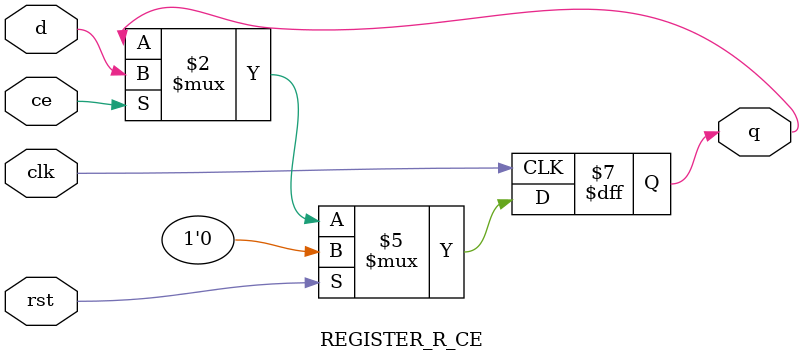
<source format=v>
`timescale 1ns/1ps

module REGISTER(q, d, clk);
  parameter N = 1;
  output reg [N-1:0] q;
  input [N-1:0]      d;
  input         clk;
  always @(posedge clk)
    q <= d;
endmodule // REGISTER

// Register with clock enable
module REGISTER_CE(q, d, ce, clk);
  parameter N = 1;
  output reg [N-1:0] q;
  input [N-1:0]      d;
  input          ce, clk;
  always @(posedge clk)
    if (ce) q <= d;
endmodule // REGISTER_CE

// Register with reset value
module REGISTER_R(q, d, rst, clk);
  parameter N = 1;
  parameter INIT = {N{1'b0}};
  output reg [N-1:0] q;
  input [N-1:0]      d;
  input          rst, clk;
  always @(posedge clk)
    if (rst) q <= INIT;
    else q <= d;
endmodule // REGISTER_R

// Register with reset and clock enable
//  Reset works independently of clock enable
module REGISTER_R_CE(q, d, rst, ce, clk);
  parameter N = 1;
  parameter INIT = {N{1'b0}};
  output reg [N-1:0] q;
  input [N-1:0]      d;
  input          rst, ce, clk;
  always @(posedge clk)
    if (rst) q <= INIT;
    else if (ce) q <= d;
endmodule // REGISTER_R_CE

</source>
